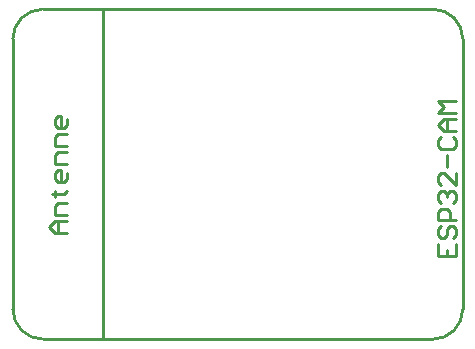
<source format=gto>
G04*
G04 #@! TF.GenerationSoftware,Altium Limited,Altium Designer,19.1.5 (86)*
G04*
G04 Layer_Color=65535*
%FSLAX25Y25*%
%MOIN*%
G70*
G01*
G75*
%ADD10C,0.01000*%
D10*
X140500Y4232D02*
G03*
X150500Y14232I0J10000D01*
G01*
Y104232D02*
G03*
X140500Y114232I-10000J0D01*
G01*
X500Y14232D02*
G03*
X10500Y4232I10000J0D01*
G01*
Y114232D02*
G03*
X500Y104232I0J-10000D01*
G01*
X150500Y14232D02*
Y104232D01*
X10500Y4232D02*
X140500D01*
X10500Y114232D02*
X140500D01*
X500Y14232D02*
Y104232D01*
X30500Y4232D02*
Y114232D01*
X18453Y39665D02*
X14454D01*
X12455Y41665D01*
X14454Y43664D01*
X18453D01*
X15454D01*
Y39665D01*
X18453Y45663D02*
X14454D01*
Y48662D01*
X15454Y49662D01*
X18453D01*
X13454Y52661D02*
X14454D01*
Y51661D01*
Y53661D01*
Y52661D01*
X17453D01*
X18453Y53661D01*
Y59659D02*
Y57660D01*
X17453Y56660D01*
X15454D01*
X14454Y57660D01*
Y59659D01*
X15454Y60659D01*
X16453D01*
Y56660D01*
X18453Y62658D02*
X14454D01*
Y65657D01*
X15454Y66657D01*
X18453D01*
Y68656D02*
X14454D01*
Y71655D01*
X15454Y72655D01*
X18453D01*
Y77653D02*
Y75654D01*
X17453Y74654D01*
X15454D01*
X14454Y75654D01*
Y77653D01*
X15454Y78653D01*
X16453D01*
Y74654D01*
X142376Y35790D02*
Y31791D01*
X148374D01*
Y35790D01*
X145375Y31791D02*
Y33791D01*
X143376Y41788D02*
X142376Y40788D01*
Y38789D01*
X143376Y37789D01*
X144375D01*
X145375Y38789D01*
Y40788D01*
X146375Y41788D01*
X147374D01*
X148374Y40788D01*
Y38789D01*
X147374Y37789D01*
X148374Y43788D02*
X142376D01*
Y46786D01*
X143376Y47786D01*
X145375D01*
X146375Y46786D01*
Y43788D01*
X143376Y49786D02*
X142376Y50785D01*
Y52785D01*
X143376Y53784D01*
X144375D01*
X145375Y52785D01*
Y51785D01*
Y52785D01*
X146375Y53784D01*
X147374D01*
X148374Y52785D01*
Y50785D01*
X147374Y49786D01*
X148374Y59782D02*
Y55784D01*
X144375Y59782D01*
X143376D01*
X142376Y58783D01*
Y56783D01*
X143376Y55784D01*
X145375Y61782D02*
Y65780D01*
X143376Y71778D02*
X142376Y70779D01*
Y68779D01*
X143376Y67780D01*
X147374D01*
X148374Y68779D01*
Y70779D01*
X147374Y71778D01*
X148374Y73778D02*
X144375D01*
X142376Y75777D01*
X144375Y77776D01*
X148374D01*
X145375D01*
Y73778D01*
X148374Y79776D02*
X142376D01*
X144375Y81775D01*
X142376Y83775D01*
X148374D01*
M02*

</source>
